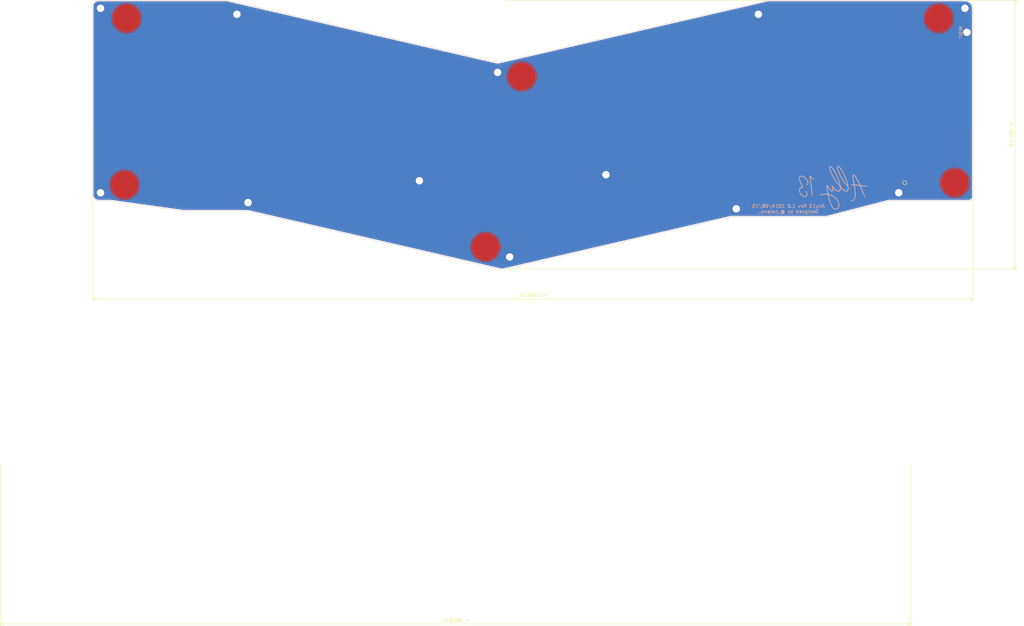
<source format=kicad_pcb>
(kicad_pcb (version 20171130) (host pcbnew "(5.1.2)-2")

  (general
    (thickness 1.6)
    (drawings 68)
    (tracks 0)
    (zones 0)
    (modules 14)
    (nets 2)
  )

  (page A4)
  (layers
    (0 F.Cu signal)
    (31 B.Cu signal)
    (32 B.Adhes user)
    (33 F.Adhes user)
    (34 B.Paste user)
    (35 F.Paste user)
    (36 B.SilkS user)
    (37 F.SilkS user)
    (38 B.Mask user)
    (39 F.Mask user)
    (40 Dwgs.User user)
    (41 Cmts.User user)
    (42 Eco1.User user)
    (43 Eco2.User user)
    (44 Edge.Cuts user)
    (45 Margin user)
    (46 B.CrtYd user)
    (47 F.CrtYd user)
    (48 B.Fab user)
    (49 F.Fab user)
  )

  (setup
    (last_trace_width 0.25)
    (trace_clearance 0.2)
    (zone_clearance 0.254)
    (zone_45_only no)
    (trace_min 0.2)
    (via_size 0.8)
    (via_drill 0.4)
    (via_min_size 0.4)
    (via_min_drill 0.3)
    (uvia_size 0.3)
    (uvia_drill 0.1)
    (uvias_allowed no)
    (uvia_min_size 0.2)
    (uvia_min_drill 0.1)
    (edge_width 0.15)
    (segment_width 0.2)
    (pcb_text_width 0.3)
    (pcb_text_size 1.5 1.5)
    (mod_edge_width 0.15)
    (mod_text_size 1 1)
    (mod_text_width 0.15)
    (pad_size 2.4 2.4)
    (pad_drill 2.2)
    (pad_to_mask_clearance 0.051)
    (solder_mask_min_width 0.25)
    (aux_axis_origin 129.778234 19.050016)
    (visible_elements 7FFFFFFF)
    (pcbplotparams
      (layerselection 0x010f0_ffffffff)
      (usegerberextensions true)
      (usegerberattributes false)
      (usegerberadvancedattributes false)
      (creategerberjobfile false)
      (excludeedgelayer true)
      (linewidth 0.100000)
      (plotframeref false)
      (viasonmask false)
      (mode 1)
      (useauxorigin false)
      (hpglpennumber 1)
      (hpglpenspeed 20)
      (hpglpendiameter 15.000000)
      (psnegative false)
      (psa4output false)
      (plotreference true)
      (plotvalue true)
      (plotinvisibletext false)
      (padsonsilk false)
      (subtractmaskfromsilk false)
      (outputformat 1)
      (mirror false)
      (drillshape 0)
      (scaleselection 1)
      (outputdirectory "plots13b"))
  )

  (net 0 "")
  (net 1 GND)

  (net_class Default "これはデフォルトのネット クラスです。"
    (clearance 0.2)
    (trace_width 0.25)
    (via_dia 0.8)
    (via_drill 0.4)
    (uvia_dia 0.3)
    (uvia_drill 0.1)
  )

  (net_class Power ""
    (clearance 0.2)
    (trace_width 0.4)
    (via_dia 0.8)
    (via_drill 0.4)
    (uvia_dia 0.3)
    (uvia_drill 0.1)
    (add_net GND)
  )

  (module cscslib:ally13 (layer B.Cu) (tedit 0) (tstamp 5D508693)
    (at 237.529887 76.795377 180)
    (fp_text reference G*** (at 0 0) (layer B.SilkS) hide
      (effects (font (size 1.524 1.524) (thickness 0.3)) (justify mirror))
    )
    (fp_text value LOGO (at 0.75 0) (layer B.SilkS) hide
      (effects (font (size 1.524 1.524) (thickness 0.3)) (justify mirror))
    )
    (fp_poly (pts (xy 6.754357 3.237714) (xy 6.772457 3.122694) (xy 6.765748 3.024267) (xy 6.747143 2.830616)
      (xy 6.718155 2.554514) (xy 6.680297 2.208731) (xy 6.635084 1.806039) (xy 6.58403 1.35921)
      (xy 6.528647 0.881014) (xy 6.47045 0.384224) (xy 6.410952 -0.11839) (xy 6.351668 -0.614056)
      (xy 6.29411 -1.090002) (xy 6.239792 -1.533457) (xy 6.190228 -1.93165) (xy 6.146933 -2.271809)
      (xy 6.111418 -2.541164) (xy 6.085199 -2.726941) (xy 6.069789 -2.816371) (xy 6.067873 -2.82207)
      (xy 5.989029 -2.876342) (xy 5.910871 -2.841791) (xy 5.906659 -2.835514) (xy 5.907876 -2.772622)
      (xy 5.921452 -2.608443) (xy 5.946233 -2.353768) (xy 5.981063 -2.019386) (xy 6.02479 -1.616087)
      (xy 6.076258 -1.154661) (xy 6.134314 -0.645899) (xy 6.197803 -0.100591) (xy 6.213074 0.029042)
      (xy 6.278128 0.580335) (xy 6.33901 1.096758) (xy 6.394466 1.56764) (xy 6.443242 1.982307)
      (xy 6.484082 2.330087) (xy 6.515734 2.600306) (xy 6.536943 2.782292) (xy 6.546455 2.865372)
      (xy 6.546858 2.869397) (xy 6.508494 2.841479) (xy 6.403813 2.751335) (xy 6.249311 2.613454)
      (xy 6.081889 2.461062) (xy 5.827875 2.24055) (xy 5.630826 2.096333) (xy 5.495509 2.031117)
      (xy 5.426687 2.04761) (xy 5.418667 2.084313) (xy 5.458347 2.142229) (xy 5.565386 2.257338)
      (xy 5.721784 2.412955) (xy 5.909541 2.592398) (xy 6.110655 2.778983) (xy 6.307127 2.956026)
      (xy 6.480957 3.106846) (xy 6.614142 3.214757) (xy 6.688684 3.263077) (xy 6.691277 3.263805)
      (xy 6.754357 3.237714)) (layer B.SilkS) (width 0.01))
    (fp_poly (pts (xy 9.442572 3.256165) (xy 9.659212 3.198937) (xy 9.802835 3.084841) (xy 9.886795 2.896612)
      (xy 9.923391 2.634419) (xy 9.90744 2.279287) (xy 9.817685 1.856195) (xy 9.652888 1.360911)
      (xy 9.41181 0.789206) (xy 9.336114 0.626745) (xy 9.220813 0.382418) (xy 9.125483 0.17821)
      (xy 9.059301 0.033942) (xy 9.031443 -0.030568) (xy 9.031112 -0.031992) (xy 9.079157 -0.053652)
      (xy 9.188613 -0.082068) (xy 9.475638 -0.197868) (xy 9.709548 -0.396522) (xy 9.819057 -0.559982)
      (xy 9.917035 -0.870016) (xy 9.92499 -1.214767) (xy 9.852309 -1.575463) (xy 9.708383 -1.933333)
      (xy 9.502602 -2.269608) (xy 9.244354 -2.565516) (xy 8.94303 -2.802287) (xy 8.619917 -2.957211)
      (xy 8.344327 -3.030387) (xy 8.126497 -3.036879) (xy 7.932339 -2.975635) (xy 7.856493 -2.933664)
      (xy 7.668587 -2.756647) (xy 7.55091 -2.511191) (xy 7.506932 -2.219893) (xy 7.540128 -1.905351)
      (xy 7.650959 -1.596168) (xy 7.772554 -1.373184) (xy 7.868308 -1.249939) (xy 7.946503 -1.218559)
      (xy 8.005838 -1.258827) (xy 8.029713 -1.336698) (xy 7.983694 -1.452681) (xy 7.9336 -1.531482)
      (xy 7.77579 -1.833436) (xy 7.70753 -2.13132) (xy 7.72973 -2.40621) (xy 7.843305 -2.639182)
      (xy 7.8782 -2.680309) (xy 8.056478 -2.797063) (xy 8.277198 -2.82424) (xy 8.525398 -2.769465)
      (xy 8.786114 -2.640364) (xy 9.044383 -2.444563) (xy 9.285244 -2.189688) (xy 9.493732 -1.883365)
      (xy 9.514247 -1.846488) (xy 9.626184 -1.574289) (xy 9.691095 -1.275042) (xy 9.705473 -0.984621)
      (xy 9.66581 -0.7389) (xy 9.630756 -0.654968) (xy 9.48866 -0.47903) (xy 9.294053 -0.345714)
      (xy 9.090803 -0.283634) (xy 9.059376 -0.282223) (xy 8.878689 -0.259705) (xy 8.769803 -0.199164)
      (xy 8.748889 -0.146372) (xy 8.772692 -0.072045) (xy 8.837535 0.080894) (xy 8.933575 0.290288)
      (xy 9.050964 0.53398) (xy 9.053453 0.539033) (xy 9.314025 1.101311) (xy 9.51236 1.60241)
      (xy 9.647195 2.037026) (xy 9.717268 2.399853) (xy 9.721315 2.685586) (xy 9.658076 2.888921)
      (xy 9.623778 2.935324) (xy 9.54343 3.007003) (xy 9.446725 3.03909) (xy 9.295472 3.040092)
      (xy 9.190367 3.031858) (xy 8.840855 2.956801) (xy 8.578546 2.844447) (xy 8.288153 2.646135)
      (xy 8.015161 2.386229) (xy 7.774882 2.087241) (xy 7.582629 1.771687) (xy 7.453714 1.462082)
      (xy 7.403451 1.18094) (xy 7.404892 1.118792) (xy 7.42761 0.956984) (xy 7.483412 0.864281)
      (xy 7.599304 0.797062) (xy 7.605889 0.794147) (xy 7.739692 0.711773) (xy 7.784906 0.633432)
      (xy 7.73832 0.578544) (xy 7.643881 0.564444) (xy 7.482467 0.613305) (xy 7.326945 0.736535)
      (xy 7.211068 0.899106) (xy 7.168445 1.057858) (xy 7.193506 1.264722) (xy 7.259039 1.523182)
      (xy 7.350569 1.78622) (xy 7.453618 2.006817) (xy 7.468361 2.032) (xy 7.633518 2.261461)
      (xy 7.855868 2.51424) (xy 8.098419 2.751419) (xy 8.324179 2.934078) (xy 8.328873 2.937325)
      (xy 8.588913 3.079822) (xy 8.889434 3.188663) (xy 9.187666 3.251603) (xy 9.440836 3.256396)
      (xy 9.442572 3.256165)) (layer B.SilkS) (width 0.01))
    (fp_poly (pts (xy -6.07394 3.591024) (xy -5.997022 3.520514) (xy -5.950341 3.391542) (xy -5.933436 3.194734)
      (xy -5.945848 2.920716) (xy -5.987116 2.560116) (xy -6.05678 2.103561) (xy -6.09606 1.871302)
      (xy -6.151243 1.546992) (xy -6.1989 1.257152) (xy -6.235865 1.021836) (xy -6.258974 0.861097)
      (xy -6.265363 0.798857) (xy -6.248162 0.749736) (xy -6.181631 0.721219) (xy -6.043434 0.708216)
      (xy -5.85614 0.705555) (xy -5.637117 0.700863) (xy -5.510109 0.683944) (xy -5.454524 0.65054)
      (xy -5.446888 0.620889) (xy -5.472556 0.575187) (xy -5.561922 0.543191) (xy -5.733536 0.520264)
      (xy -5.898444 0.508) (xy -6.35 0.479777) (xy -6.472961 -0.310445) (xy -6.576718 -1.078491)
      (xy -6.633203 -1.749391) (xy -6.642285 -2.328569) (xy -6.603836 -2.821453) (xy -6.517724 -3.23347)
      (xy -6.395444 -3.547457) (xy -6.239754 -3.805982) (xy -6.06834 -3.974089) (xy -5.854089 -4.073674)
      (xy -5.700803 -4.108445) (xy -5.521645 -4.157079) (xy -5.448425 -4.222584) (xy -5.446888 -4.234896)
      (xy -5.494872 -4.305) (xy -5.62341 -4.329138) (xy -5.80938 -4.306016) (xy -5.954888 -4.263336)
      (xy -6.237898 -4.103445) (xy -6.472367 -3.845255) (xy -6.655744 -3.493566) (xy -6.78548 -3.053174)
      (xy -6.855759 -2.568223) (xy -6.864333 -2.301263) (xy -6.853825 -1.946518) (xy -6.826171 -1.527114)
      (xy -6.783308 -1.066179) (xy -6.727175 -0.586843) (xy -6.659707 -0.112232) (xy -6.639469 0.014111)
      (xy -6.56753 0.451555) (xy -6.740987 0.450521) (xy -6.855411 0.443017) (xy -7.03965 0.423763)
      (xy -7.266814 0.396382) (xy -7.510016 0.3645) (xy -7.742367 0.33174) (xy -7.936979 0.301726)
      (xy -8.066963 0.278083) (xy -8.10607 0.266522) (xy -8.13711 0.206278) (xy -8.204109 0.057961)
      (xy -8.30015 -0.162071) (xy -8.418316 -0.437461) (xy -8.551691 -0.751852) (xy -8.693358 -1.088886)
      (xy -8.836401 -1.432205) (xy -8.973903 -1.765454) (xy -9.098947 -2.072274) (xy -9.173455 -2.257778)
      (xy -9.331852 -2.641661) (xy -9.458502 -2.918799) (xy -9.553176 -3.088727) (xy -9.61528 -3.150917)
      (xy -9.694445 -3.134388) (xy -9.708444 -3.10164) (xy -9.687673 -3.024305) (xy -9.629593 -2.858877)
      (xy -9.54055 -2.621368) (xy -9.426895 -2.327791) (xy -9.294974 -1.994156) (xy -9.151136 -1.636477)
      (xy -9.001729 -1.270765) (xy -8.853101 -0.913032) (xy -8.7116 -0.579292) (xy -8.672159 -0.48779)
      (xy -8.357959 0.237977) (xy -8.539313 0.207345) (xy -9.033821 0.133385) (xy -9.457902 0.089555)
      (xy -9.804064 0.075775) (xy -10.064813 0.091962) (xy -10.232658 0.138035) (xy -10.300105 0.213911)
      (xy -10.301111 0.226537) (xy -10.278831 0.267745) (xy -10.198898 0.290797) (xy -10.041673 0.298728)
      (xy -9.849555 0.296287) (xy -9.582596 0.301836) (xy -9.26105 0.326532) (xy -8.940661 0.365629)
      (xy -8.833555 0.382797) (xy -8.269111 0.480758) (xy -8.231325 0.556033) (xy -7.941033 0.556033)
      (xy -7.8971 0.530791) (xy -7.778045 0.54394) (xy -7.639126 0.564066) (xy -7.424989 0.592745)
      (xy -7.172502 0.625095) (xy -7.055555 0.639627) (xy -6.519333 0.705555) (xy -6.365722 1.552222)
      (xy -6.306491 1.898648) (xy -6.25193 2.254052) (xy -6.20733 2.581458) (xy -6.177986 2.843891)
      (xy -6.173826 2.892777) (xy -6.160558 3.164093) (xy -6.175251 3.329051) (xy -6.223852 3.392015)
      (xy -6.312304 3.357349) (xy -6.446552 3.229416) (xy -6.519874 3.146777) (xy -6.654497 2.969101)
      (xy -6.823997 2.713032) (xy -7.015867 2.400888) (xy -7.217598 2.054987) (xy -7.416684 1.697646)
      (xy -7.600617 1.351184) (xy -7.756892 1.037919) (xy -7.872999 0.780167) (xy -7.925769 0.63809)
      (xy -7.941033 0.556033) (xy -8.231325 0.556033) (xy -7.75724 1.500453) (xy -7.454967 2.084518)
      (xy -7.185041 2.566402) (xy -6.943857 2.950937) (xy -6.72781 3.242952) (xy -6.533297 3.44728)
      (xy -6.356713 3.56875) (xy -6.194454 3.612194) (xy -6.181555 3.612444) (xy -6.07394 3.591024)) (layer B.SilkS) (width 0.01))
    (fp_poly (pts (xy 0.778918 6.095309) (xy 0.845946 6.051489) (xy 0.928289 5.963624) (xy 0.966187 5.848924)
      (xy 0.972858 5.666016) (xy 0.972623 5.654948) (xy 0.937608 5.391686) (xy 0.846708 5.048904)
      (xy 0.706205 4.641316) (xy 0.522379 4.183631) (xy 0.301512 3.690561) (xy 0.049885 3.176817)
      (xy -0.226222 2.65711) (xy -0.520526 2.146153) (xy -0.537556 2.117868) (xy -0.84024 1.633019)
      (xy -1.115273 1.230933) (xy -1.37879 0.890319) (xy -1.646924 0.58989) (xy -1.843744 0.394245)
      (xy -2.228885 0.028222) (xy -2.22922 -0.366889) (xy -2.199061 -0.696429) (xy -2.112074 -0.956613)
      (xy -1.97441 -1.134573) (xy -1.825976 -1.210638) (xy -1.655586 -1.20293) (xy -1.433641 -1.118843)
      (xy -1.177404 -0.971486) (xy -0.904136 -0.773969) (xy -0.631101 -0.539401) (xy -0.375558 -0.280891)
      (xy -0.154772 -0.011548) (xy -0.056444 0.133197) (xy 0.055607 0.299754) (xy 0.154136 0.424431)
      (xy 0.213804 0.477559) (xy 0.289803 0.467732) (xy 0.321883 0.390395) (xy 0.300751 0.285484)
      (xy 0.269602 0.237786) (xy 0.149976 0.044483) (xy 0.053744 -0.210097) (xy -0.011142 -0.48889)
      (xy -0.036724 -0.754837) (xy -0.01505 -0.970876) (xy 0.000323 -1.016778) (xy 0.067566 -1.131028)
      (xy 0.151609 -1.175777) (xy 0.259007 -1.146037) (xy 0.396318 -1.036825) (xy 0.570098 -0.843154)
      (xy 0.786905 -0.56004) (xy 1.004331 -0.253406) (xy 1.243511 0.087229) (xy 1.427591 0.333953)
      (xy 1.562923 0.487555) (xy 1.655858 0.548822) (xy 1.712746 0.518542) (xy 1.739938 0.397504)
      (xy 1.743784 0.186495) (xy 1.730636 -0.113695) (xy 1.727751 -0.163635) (xy 1.701049 -0.508509)
      (xy 1.661253 -0.891759) (xy 1.614928 -1.253697) (xy 1.589822 -1.417391) (xy 1.490365 -2.016337)
      (xy 2.029294 -2.051541) (xy 2.377259 -2.086936) (xy 2.720143 -2.144459) (xy 3.039852 -2.218618)
      (xy 3.318293 -2.303922) (xy 3.537372 -2.394882) (xy 3.678996 -2.486006) (xy 3.725334 -2.566217)
      (xy 3.701368 -2.633727) (xy 3.619552 -2.643213) (xy 3.46501 -2.593783) (xy 3.349175 -2.543688)
      (xy 2.999021 -2.418921) (xy 2.588452 -2.326159) (xy 2.167627 -2.274674) (xy 1.864156 -2.269151)
      (xy 1.444216 -2.286) (xy 1.287122 -2.991556) (xy 1.097485 -3.761989) (xy 0.889063 -4.458659)
      (xy 0.664746 -5.075239) (xy 0.427423 -5.6054) (xy 0.179985 -6.042814) (xy -0.074679 -6.381152)
      (xy -0.333679 -6.614088) (xy -0.381122 -6.644689) (xy -0.645609 -6.745877) (xy -0.945957 -6.768338)
      (xy -1.234628 -6.709425) (xy -1.271917 -6.694309) (xy -1.475221 -6.566975) (xy -1.682482 -6.374967)
      (xy -1.853689 -6.157584) (xy -1.90105 -6.076349) (xy -1.953678 -5.925218) (xy -1.997508 -5.712291)
      (xy -2.019348 -5.525271) (xy -2.012632 -5.399147) (xy -1.777546 -5.399147) (xy -1.775491 -5.647515)
      (xy -1.763869 -5.814532) (xy -1.735287 -5.931712) (xy -1.682352 -6.030571) (xy -1.605394 -6.132925)
      (xy -1.442143 -6.297062) (xy -1.243551 -6.443908) (xy -1.182061 -6.478878) (xy -0.999875 -6.556932)
      (xy -0.842011 -6.575304) (xy -0.659294 -6.535284) (xy -0.547769 -6.495502) (xy -0.368199 -6.379062)
      (xy -0.171401 -6.167023) (xy 0.033865 -5.873647) (xy 0.238841 -5.513192) (xy 0.434769 -5.099919)
      (xy 0.61289 -4.648086) (xy 0.647019 -4.550209) (xy 0.71618 -4.333315) (xy 0.796315 -4.059933)
      (xy 0.881637 -3.752501) (xy 0.966357 -3.433459) (xy 1.044688 -3.125244) (xy 1.110842 -2.850296)
      (xy 1.15903 -2.631052) (xy 1.183464 -2.489953) (xy 1.185334 -2.463302) (xy 1.16804 -2.393154)
      (xy 1.095316 -2.378108) (xy 1.001889 -2.392477) (xy 0.805458 -2.45257) (xy 0.546337 -2.56196)
      (xy 0.254473 -2.705428) (xy -0.040186 -2.867754) (xy -0.307695 -3.033719) (xy -0.434038 -3.122249)
      (xy -0.779609 -3.4215) (xy -1.11502 -3.789019) (xy -1.407366 -4.185395) (xy -1.597417 -4.515556)
      (xy -1.685599 -4.707208) (xy -1.739251 -4.867596) (xy -1.76679 -5.038011) (xy -1.776633 -5.259741)
      (xy -1.777546 -5.399147) (xy -2.012632 -5.399147) (xy -1.99629 -5.092262) (xy -1.873683 -4.646668)
      (xy -1.662095 -4.200773) (xy -1.372092 -3.766862) (xy -1.014241 -3.35722) (xy -0.599108 -2.98413)
      (xy -0.137262 -2.659879) (xy 0.360733 -2.39675) (xy 0.818445 -2.226123) (xy 1.007744 -2.163069)
      (xy 1.156504 -2.102282) (xy 1.222654 -2.064097) (xy 1.253485 -1.988353) (xy 1.292712 -1.823432)
      (xy 1.336909 -1.592422) (xy 1.382647 -1.318414) (xy 1.426499 -1.024497) (xy 1.465036 -0.733761)
      (xy 1.494831 -0.469296) (xy 1.512456 -0.254191) (xy 1.514483 -0.111537) (xy 1.513784 -0.103053)
      (xy 1.503697 -0.026093) (xy 1.484243 0.006419) (xy 1.444071 -0.015734) (xy 1.371832 -0.102772)
      (xy 1.256176 -0.264911) (xy 1.128889 -0.449556) (xy 0.872497 -0.811291) (xy 0.660274 -1.080969)
      (xy 0.482596 -1.265781) (xy 0.329838 -1.372916) (xy 0.192372 -1.409566) (xy 0.060575 -1.382918)
      (xy -0.042266 -1.324378) (xy -0.150714 -1.192307) (xy -0.228837 -0.992475) (xy -0.263903 -0.768629)
      (xy -0.25248 -0.602055) (xy -0.237794 -0.516639) (xy -0.248313 -0.485619) (xy -0.298121 -0.516215)
      (xy -0.401306 -0.615644) (xy -0.523249 -0.740818) (xy -0.893123 -1.071427) (xy -1.264367 -1.297394)
      (xy -1.58568 -1.411856) (xy -1.873224 -1.439929) (xy -2.106724 -1.370703) (xy -2.281879 -1.208222)
      (xy -2.394384 -0.956526) (xy -2.439938 -0.619657) (xy -2.440207 -0.609123) (xy -2.446621 -0.327499)
      (xy -2.796796 -0.693514) (xy -3.148514 -1.019189) (xy -3.491097 -1.254767) (xy -3.816182 -1.396543)
      (xy -4.115407 -1.440812) (xy -4.3676 -1.389386) (xy -4.558412 -1.253053) (xy -4.685829 -1.029298)
      (xy -4.749874 -0.717067) (xy -4.750567 -0.315306) (xy -4.687933 0.17704) (xy -4.636686 0.414674)
      (xy -4.453144 0.414674) (xy -4.420657 0.420351) (xy -4.326397 0.500871) (xy -4.318579 0.508)
      (xy -4.211557 0.61729) (xy -4.061891 0.784755) (xy -3.896666 0.979792) (xy -3.843966 1.044222)
      (xy -3.5744 1.399751) (xy -3.298534 1.805083) (xy -3.022511 2.247425) (xy -2.752474 2.71398)
      (xy -2.494566 3.191955) (xy -2.254928 3.668553) (xy -2.039705 4.130979) (xy -1.855038 4.566439)
      (xy -1.70707 4.962137) (xy -1.601944 5.305278) (xy -1.545803 5.583068) (xy -1.544789 5.782711)
      (xy -1.553005 5.816245) (xy -1.620519 5.908725) (xy -1.72876 5.906374) (xy -1.872045 5.81727)
      (xy -2.044691 5.649488) (xy -2.241015 5.411107) (xy -2.455333 5.110203) (xy -2.681963 4.754852)
      (xy -2.915221 4.353132) (xy -3.149424 3.91312) (xy -3.378889 3.442892) (xy -3.597933 2.950525)
      (xy -3.63985 2.850444) (xy -3.825701 2.3871) (xy -3.990785 1.940005) (xy -4.146343 1.475919)
      (xy -4.303619 0.961602) (xy -4.44155 0.479777) (xy -4.453144 0.414674) (xy -4.636686 0.414674)
      (xy -4.561992 0.761023) (xy -4.423737 1.26752) (xy -4.235165 1.861432) (xy -4.019612 2.456198)
      (xy -3.782863 3.041252) (xy -3.530706 3.606025) (xy -3.268926 4.139951) (xy -3.00331 4.632461)
      (xy -2.739644 5.072989) (xy -2.483715 5.450966) (xy -2.241309 5.755827) (xy -2.018212 5.977003)
      (xy -1.820211 6.103927) (xy -1.76538 6.122346) (xy -1.600968 6.1171) (xy -1.452115 6.038802)
      (xy -1.359074 5.913159) (xy -1.346461 5.85481) (xy -1.356257 5.552238) (xy -1.42374 5.195742)
      (xy -1.551538 4.777105) (xy -1.742284 4.288112) (xy -1.998608 3.720546) (xy -2.091592 3.527777)
      (xy -2.540623 2.657768) (xy -2.982807 1.899613) (xy -3.418668 1.252515) (xy -3.848731 0.715681)
      (xy -4.157967 0.394245) (xy -4.543108 0.028222) (xy -4.543442 -0.366889) (xy -4.513283 -0.696429)
      (xy -4.426296 -0.956613) (xy -4.288633 -1.134573) (xy -4.140198 -1.210638) (xy -3.96016 -1.204112)
      (xy -3.725995 -1.115209) (xy -3.451618 -0.951634) (xy -3.150942 -0.721089) (xy -2.977847 -0.567084)
      (xy -2.738408 -0.332526) (xy -2.569443 -0.13156) (xy -2.451058 0.069882) (xy -2.36336 0.305866)
      (xy -2.335888 0.414674) (xy -2.138921 0.414674) (xy -2.106435 0.420351) (xy -2.012175 0.500871)
      (xy -2.004357 0.508) (xy -1.897335 0.61729) (xy -1.747668 0.784755) (xy -1.582444 0.979792)
      (xy -1.529744 1.044222) (xy -1.260177 1.399751) (xy -0.984312 1.805083) (xy -0.708289 2.247425)
      (xy -0.438252 2.71398) (xy -0.180343 3.191955) (xy 0.059294 3.668553) (xy 0.274517 4.130979)
      (xy 0.459184 4.566439) (xy 0.607152 4.962137) (xy 0.712278 5.305278) (xy 0.768419 5.583068)
      (xy 0.769433 5.782711) (xy 0.761217 5.816245) (xy 0.693704 5.908725) (xy 0.585463 5.906374)
      (xy 0.442178 5.81727) (xy 0.269531 5.649488) (xy 0.073208 5.411107) (xy -0.141111 5.110203)
      (xy -0.367741 4.754852) (xy -0.600999 4.353132) (xy -0.835202 3.91312) (xy -1.064667 3.442892)
      (xy -1.28371 2.950525) (xy -1.325628 2.850444) (xy -1.511478 2.3871) (xy -1.676562 1.940005)
      (xy -1.832121 1.475919) (xy -1.989396 0.961602) (xy -2.127327 0.479777) (xy -2.138921 0.414674)
      (xy -2.335888 0.414674) (xy -2.286455 0.61046) (xy -2.284135 0.620889) (xy -2.145921 1.152899)
      (xy -1.956194 1.75073) (xy -1.726215 2.386374) (xy -1.467245 3.031826) (xy -1.190545 3.65908)
      (xy -0.907376 4.24013) (xy -0.628999 4.746969) (xy -0.61675 4.767609) (xy -0.314506 5.2482)
      (xy -0.04292 5.622606) (xy 0.200112 5.892674) (xy 0.416693 6.06025) (xy 0.608928 6.127179)
      (xy 0.778918 6.095309)) (layer B.SilkS) (width 0.01))
  )

  (module cscslib:HOLE_M2 (layer B.Cu) (tedit 5D503263) (tstamp 5D1DA5DF)
    (at 277.415858 30.956276 90)
    (path /5C57C1A0)
    (fp_text reference SW38 (at 0 1.7 90) (layer B.SilkS) hide
      (effects (font (size 1 1) (thickness 0.15)) (justify mirror))
    )
    (fp_text value SW_RST (at 0 -2 90) (layer B.Fab) hide
      (effects (font (size 1 1) (thickness 0.15)) (justify mirror))
    )
    (fp_circle (center 0 0) (end 2 0) (layer B.CrtYd) (width 0.1))
    (fp_text user RESET (at 0 -1.785939 90) (layer B.SilkS)
      (effects (font (size 0.8 0.8) (thickness 0.15)) (justify mirror))
    )
    (pad "" thru_hole circle (at 0 0 90) (size 2.4 2.4) (drill 2.2) (layers *.Cu *.Mask)
      (net 1 GND) (clearance 0.8) (zone_connect 2))
  )

  (module cscslib:HOLE_M2 (layer F.Cu) (tedit 5D4118D6) (tstamp 5D506E0C)
    (at 215.503306 25.598459)
    (path /5D0F886A)
    (fp_text reference H6 (at 0 -2) (layer Eco2.User) hide
      (effects (font (size 0.29972 0.29972) (thickness 0.07493)))
    )
    (fp_text value MountingHole (at 0 1.75) (layer Eco2.User) hide
      (effects (font (size 0.29972 0.29972) (thickness 0.07493)))
    )
    (fp_circle (center 0 0) (end 2 0) (layer F.CrtYd) (width 0.1))
    (pad "" thru_hole circle (at 0 0) (size 2.4 2.4) (drill 2.2) (layers *.Cu *.Mask)
      (net 1 GND) (clearance 0.8) (zone_connect 2))
  )

  (module cscslib:HOLE_M2 (layer F.Cu) (tedit 5D4118D6) (tstamp 5D506E06)
    (at 138.112616 42.862536)
    (path /5D0F8864)
    (fp_text reference H5 (at 0 -2) (layer Eco2.User) hide
      (effects (font (size 0.29972 0.29972) (thickness 0.07493)))
    )
    (fp_text value MountingHole (at 0 1.75) (layer Eco2.User) hide
      (effects (font (size 0.29972 0.29972) (thickness 0.07493)))
    )
    (fp_circle (center 0 0) (end 2 0) (layer F.CrtYd) (width 0.1))
    (pad "" thru_hole circle (at 0 0) (size 2.4 2.4) (drill 2.2) (layers *.Cu *.Mask)
      (net 1 GND) (clearance 0.8) (zone_connect 2))
  )

  (module cscslib:HOLE_M2 (layer F.Cu) (tedit 5D4118D6) (tstamp 5D506E2C)
    (at 141.684494 97.631332)
    (path /5D101E76)
    (fp_text reference H10 (at 0 -2) (layer Eco2.User) hide
      (effects (font (size 0.29972 0.29972) (thickness 0.07493)))
    )
    (fp_text value MountingHole (at 0 1.75) (layer Eco2.User) hide
      (effects (font (size 0.29972 0.29972) (thickness 0.07493)))
    )
    (fp_circle (center 0 0) (end 2 0) (layer F.CrtYd) (width 0.1))
    (pad "" thru_hole circle (at 0 0) (size 2.4 2.4) (drill 2.2) (layers *.Cu *.Mask)
      (net 1 GND) (clearance 0.8) (zone_connect 2))
  )

  (module cscslib:HOLE_M2 (layer F.Cu) (tedit 5D4118D6) (tstamp 5D506E00)
    (at 60.721926 25.598459)
    (path /5D0F885E)
    (fp_text reference H4 (at 0 -2) (layer Eco2.User) hide
      (effects (font (size 0.29972 0.29972) (thickness 0.07493)))
    )
    (fp_text value MountingHole (at 0 1.75) (layer Eco2.User) hide
      (effects (font (size 0.29972 0.29972) (thickness 0.07493)))
    )
    (fp_circle (center 0 0) (end 2 0) (layer F.CrtYd) (width 0.1))
    (pad "" thru_hole circle (at 0 0) (size 2.4 2.4) (drill 2.2) (layers *.Cu *.Mask)
      (net 1 GND) (clearance 0.8) (zone_connect 2))
  )

  (module cscslib:HOLE_M2 (layer F.Cu) (tedit 5D4118D6) (tstamp 5D506DF5)
    (at 170.259518 73.223499)
    (path /5C42C296)
    (fp_text reference H2 (at 0 -2) (layer Eco2.User) hide
      (effects (font (size 0.29972 0.29972) (thickness 0.07493)))
    )
    (fp_text value MountingHole (at 0 1.75) (layer Eco2.User) hide
      (effects (font (size 0.29972 0.29972) (thickness 0.07493)))
    )
    (fp_circle (center 0 0) (end 2 0) (layer F.CrtYd) (width 0.1))
    (pad "" thru_hole circle (at 0 0) (size 2.4 2.4) (drill 2.2) (layers *.Cu *.Mask)
      (net 1 GND) (clearance 0.8) (zone_connect 2))
  )

  (module cscslib:HOLE_M2 (layer F.Cu) (tedit 5D4118D6) (tstamp 5D506DF0)
    (at 114.895409 75.009438)
    (path /5C42C025)
    (fp_text reference H1 (at 0 -2) (layer Eco2.User) hide
      (effects (font (size 0.29972 0.29972) (thickness 0.07493)))
    )
    (fp_text value MountingHole (at 0 1.75) (layer Eco2.User) hide
      (effects (font (size 0.29972 0.29972) (thickness 0.07493)))
    )
    (fp_circle (center 0 0) (end 2 0) (layer F.CrtYd) (width 0.1))
    (pad "" thru_hole circle (at 0 0) (size 2.4 2.4) (drill 2.2) (layers *.Cu *.Mask)
      (net 1 GND) (clearance 0.8) (zone_connect 2))
  )

  (module cscslib:HOLE_M2 (layer F.Cu) (tedit 5D503155) (tstamp 5D506DFA)
    (at 20.240642 23.81252)
    (path /5C42C3A0)
    (fp_text reference H3 (at 0 -2.54) (layer F.SilkS) hide
      (effects (font (size 0.29972 0.29972) (thickness 0.0762)))
    )
    (fp_text value MountingHole (at 0 2.54) (layer F.SilkS) hide
      (effects (font (size 0.29972 0.29972) (thickness 0.0762)))
    )
    (fp_circle (center 0 0) (end 2 0) (layer F.CrtYd) (width 0.1))
    (pad "" thru_hole circle (at 0 0) (size 2.4 2.4) (drill 2.2) (layers *.Cu *.Mask)
      (net 1 GND) (clearance 0.8) (zone_connect 2))
  )

  (module cscslib:HOLE_M2 (layer F.Cu) (tedit 5D4118D6) (tstamp 5D506E38)
    (at 20.240642 78.581316)
    (path /5D475635)
    (fp_text reference H12 (at 0 -2) (layer Eco2.User) hide
      (effects (font (size 0.29972 0.29972) (thickness 0.07493)))
    )
    (fp_text value MountingHole (at 0 1.75) (layer Eco2.User) hide
      (effects (font (size 0.29972 0.29972) (thickness 0.07493)))
    )
    (fp_circle (center 0 0) (end 2 0) (layer F.CrtYd) (width 0.1))
    (pad "" thru_hole circle (at 0 0) (size 2.4 2.4) (drill 2.2) (layers *.Cu *.Mask)
      (net 1 GND) (clearance 0.8) (zone_connect 2))
  )

  (module cscslib:HOLE_M2 (layer F.Cu) (tedit 5D4118D6) (tstamp 5D506E32)
    (at 64.03327 81.497732)
    (path /5D101E7C)
    (fp_text reference H11 (at 0 -2) (layer Eco2.User) hide
      (effects (font (size 0.29972 0.29972) (thickness 0.07493)))
    )
    (fp_text value MountingHole (at 0 1.75) (layer Eco2.User) hide
      (effects (font (size 0.29972 0.29972) (thickness 0.07493)))
    )
    (fp_circle (center 0 0) (end 2 0) (layer F.CrtYd) (width 0.1))
    (pad "" thru_hole circle (at 0 0) (size 2.4 2.4) (drill 2.2) (layers *.Cu *.Mask)
      (net 1 GND) (clearance 0.8) (zone_connect 2))
  )

  (module cscslib:HOLE_M2 (layer F.Cu) (tedit 5D4118D6) (tstamp 5D506E26)
    (at 208.954863 83.34382)
    (path /5D0FD2D9)
    (fp_text reference H9 (at 0 -2) (layer Eco2.User) hide
      (effects (font (size 0.29972 0.29972) (thickness 0.07493)))
    )
    (fp_text value MountingHole (at 0 1.75) (layer Eco2.User) hide
      (effects (font (size 0.29972 0.29972) (thickness 0.07493)))
    )
    (fp_circle (center 0 0) (end 2 0) (layer F.CrtYd) (width 0.1))
    (pad "" thru_hole circle (at 0 0) (size 2.4 2.4) (drill 2.2) (layers *.Cu *.Mask)
      (net 1 GND) (clearance 0.8) (zone_connect 2))
  )

  (module cscslib:HOLE_M2 (layer F.Cu) (tedit 5D4118D6) (tstamp 5D4BD687)
    (at 257.174789 78.58124)
    (path /5D0FD2D3)
    (fp_text reference H8 (at 0 -2) (layer Eco2.User) hide
      (effects (font (size 0.29972 0.29972) (thickness 0.07493)))
    )
    (fp_text value MountingHole (at 0 1.75) (layer Eco2.User) hide
      (effects (font (size 0.29972 0.29972) (thickness 0.07493)))
    )
    (fp_circle (center 0 0) (end 2 0) (layer F.CrtYd) (width 0.1))
    (pad "" thru_hole circle (at 0 0) (size 2.4 2.4) (drill 2.2) (layers *.Cu *.Mask)
      (net 1 GND) (clearance 0.8) (zone_connect 2))
  )

  (module cscslib:HOLE_M2 (layer F.Cu) (tedit 5D4118D6) (tstamp 5D4BD681)
    (at 276.820545 23.812536)
    (path /5D0FD2CD)
    (fp_text reference H7 (at 0 -2) (layer Eco2.User) hide
      (effects (font (size 0.29972 0.29972) (thickness 0.07493)))
    )
    (fp_text value MountingHole (at 0 1.75) (layer Eco2.User) hide
      (effects (font (size 0.29972 0.29972) (thickness 0.07493)))
    )
    (fp_circle (center 0 0) (end 2 0) (layer F.CrtYd) (width 0.1))
    (pad "" thru_hole circle (at 0 0) (size 2.4 2.4) (drill 2.2) (layers *.Cu *.Mask)
      (net 1 GND) (clearance 0.8) (zone_connect 2))
  )

  (gr_line (start 17.85939 75.604751) (end 17.85939 79.176629) (layer Edge.Cuts) (width 0.15) (tstamp 5D503096))
  (gr_circle (center 145.256372 44.053162) (end 149.423563 44.053162) (layer B.Cu) (width 0.15) (tstamp 5D50866C))
  (gr_circle (center 134.540738 94.654767) (end 138.707929 94.654767) (layer B.Cu) (width 0.15) (tstamp 5D50866C))
  (gr_circle (center 27.384398 76.200064) (end 31.551589 76.200064) (layer B.Cu) (width 0.15) (tstamp 5D50866C))
  (gr_circle (center 27.979711 26.789085) (end 32.146902 26.789085) (layer B.Cu) (width 0.15) (tstamp 5D50866C))
  (gr_circle (center 269.081476 26.789085) (end 273.248667 26.789085) (layer B.Cu) (width 0.15) (tstamp 5D50866C))
  (gr_circle (center 273.84398 75.604751) (end 278.011171 75.604751) (layer B.Cu) (width 0.15))
  (gr_line (start 275.032957 80.962363) (end 263.127274 80.962238) (layer Edge.Cuts) (width 0.15) (tstamp 5D503646))
  (gr_line (start 260.747094 80.962568) (end 254.198651 80.962568) (layer Edge.Cuts) (width 0.15) (tstamp 5D5030D9))
  (gr_line (start 207.168924 85.725072) (end 211.931428 85.725072) (layer Edge.Cuts) (width 0.15) (tstamp 5D5030C2))
  (gr_line (start 205.910772 86.047844) (end 207.168924 85.725072) (layer Edge.Cuts) (width 0.15))
  (gr_line (start 19.645329 80.962568) (end 23.217207 80.962568) (layer Edge.Cuts) (width 0.15) (tstamp 5D503095))
  (gr_arc (start 19.645329 79.176629) (end 17.85939 79.176629) (angle -90) (layer Edge.Cuts) (width 0.15))
  (gr_arc (start 19.645329 23.217207) (end 19.645329 21.431268) (angle -90) (layer Edge.Cuts) (width 0.15))
  (gr_line (start 19.645329 21.431268) (end 23.81252 21.431268) (layer Edge.Cuts) (width 0.15))
  (gr_line (start 17.85939 26.789085) (end 17.85939 23.217207) (layer Edge.Cuts) (width 0.15))
  (dimension 79.771942 (width 0.15) (layer F.SilkS)
    (gr_text "79.772 mm" (at 293.00337 61.317239 90) (layer F.SilkS)
      (effects (font (size 1 1) (thickness 0.15)))
    )
    (feature1 (pts (xy 140.493868 21.431268) (xy 292.289791 21.431268)))
    (feature2 (pts (xy 140.493868 101.20321) (xy 292.289791 101.20321)))
    (crossbar (pts (xy 291.70337 101.20321) (xy 291.70337 21.431268)))
    (arrow1a (pts (xy 291.70337 21.431268) (xy 292.289791 22.557772)))
    (arrow1b (pts (xy 291.70337 21.431268) (xy 291.116949 22.557772)))
    (arrow2a (pts (xy 291.70337 101.20321) (xy 292.289791 100.076706)))
    (arrow2b (pts (xy 291.70337 101.20321) (xy 291.116949 100.076706)))
  )
  (dimension 261.342407 (width 0.15) (layer F.SilkS)
    (gr_text "261.342 mm" (at 148.530593 111.432905) (layer F.SilkS)
      (effects (font (size 1 1) (thickness 0.15)))
    )
    (feature1 (pts (xy 279.201797 60.126613) (xy 279.201797 110.719326)))
    (feature2 (pts (xy 17.85939 60.126613) (xy 17.85939 110.719326)))
    (crossbar (pts (xy 17.85939 110.132905) (xy 279.201797 110.132905)))
    (arrow1a (pts (xy 279.201797 110.132905) (xy 278.075293 110.719326)))
    (arrow1b (pts (xy 279.201797 110.132905) (xy 278.075293 109.546484)))
    (arrow2a (pts (xy 17.85939 110.132905) (xy 18.985894 110.719326)))
    (arrow2b (pts (xy 17.85939 110.132905) (xy 18.985894 109.546484)))
  )
  (gr_line (start 205.330717 86.18176) (end 205.910772 86.047844) (layer Edge.Cuts) (width 0.15))
  (gr_line (start 204.750663 86.315676) (end 205.330717 86.18176) (layer Edge.Cuts) (width 0.15))
  (gr_line (start 211.931428 85.725072) (end 235.743948 85.725072) (layer Edge.Cuts) (width 0.15))
  (gr_line (start 64.06777 83.994708) (end 60.126613 83.939133) (layer Edge.Cuts) (width 0.15))
  (gr_line (start 66.968045 84.664291) (end 64.06777 83.994708) (layer Edge.Cuts) (width 0.15))
  (gr_line (start 58.317578 21.569955) (end 57.745361 21.431268) (layer Edge.Cuts) (width 0.15) (tstamp 5D5046F3))
  (gr_line (start 58.897633 21.703871) (end 58.317578 21.569955) (layer Edge.Cuts) (width 0.15))
  (gr_line (start 59.477688 21.837788) (end 58.897633 21.703871) (layer Edge.Cuts) (width 0.15))
  (gr_line (start 60.057668 21.971656) (end 59.477688 21.837788) (layer Edge.Cuts) (width 0.15))
  (gr_line (start 255.389275 21.431268) (end 261.93772 21.431288) (layer Edge.Cuts) (width 0.15) (tstamp 5D4FC371))
  (gr_line (start 17.85939 26.789085) (end 17.85939 75.604751) (layer Edge.Cuts) (width 0.15))
  (gr_line (start 218.487709 21.436039) (end 219.075184 21.431268) (layer Edge.Cuts) (width 0.15))
  (gr_line (start 217.907654 21.569955) (end 218.487709 21.436039) (layer Edge.Cuts) (width 0.15))
  (gr_line (start 212.687157 22.775201) (end 217.907654 21.569955) (layer Edge.Cuts) (width 0.15))
  (gr_line (start 138.440096 39.916487) (end 137.78493 39.916408) (layer Edge.Cuts) (width 0.15))
  (gr_line (start 139.020152 39.78257) (end 138.440096 39.916487) (layer Edge.Cuts) (width 0.15))
  (gr_line (start 139.600207 39.648654) (end 139.020152 39.78257) (layer Edge.Cuts) (width 0.15))
  (gr_line (start 212.687157 22.775201) (end 139.600207 39.648654) (layer Edge.Cuts) (width 0.15))
  (gr_line (start 139.784483 101.3143) (end 138.894679 101.269729) (layer Edge.Cuts) (width 0.15))
  (gr_line (start 147.3252 99.573389) (end 139.784483 101.3143) (layer Edge.Cuts) (width 0.15))
  (gr_line (start 204.170606 86.449593) (end 204.750663 86.315676) (layer Edge.Cuts) (width 0.15))
  (gr_line (start 203.590551 86.583509) (end 204.170606 86.449593) (layer Edge.Cuts) (width 0.15))
  (gr_line (start 203.010496 86.717425) (end 203.590551 86.583509) (layer Edge.Cuts) (width 0.15))
  (gr_line (start 147.3252 99.573389) (end 203.010496 86.717425) (layer Edge.Cuts) (width 0.15))
  (gr_line (start 44.648475 83.939133) (end 23.217206 80.962567) (layer Edge.Cuts) (width 0.15))
  (gr_line (start 60.126613 83.939133) (end 44.648475 83.939133) (layer Edge.Cuts) (width 0.15))
  (gr_line (start 57.150048 21.431268) (end 57.745361 21.431268) (layer Edge.Cuts) (width 0.15))
  (gr_line (start 56.554735 21.431268) (end 57.150048 21.431268) (layer Edge.Cuts) (width 0.15))
  (gr_line (start 23.81252 21.431268) (end 56.554735 21.431268) (layer Edge.Cuts) (width 0.15))
  (gr_line (start 235.743948 85.725072) (end 254.198651 80.962568) (layer Edge.Cuts) (width 0.15))
  (gr_line (start 219.075184 21.431268) (end 255.389275 21.431268) (layer Edge.Cuts) (width 0.15))
  (gr_line (start 60.637722 22.105572) (end 60.057668 21.971656) (layer Edge.Cuts) (width 0.15))
  (gr_line (start 61.217777 22.239488) (end 60.637722 22.105572) (layer Edge.Cuts) (width 0.15))
  (gr_line (start 61.797831 22.373404) (end 61.217777 22.239488) (layer Edge.Cuts) (width 0.15))
  (gr_line (start 62.377885 22.507319) (end 61.797831 22.373404) (layer Edge.Cuts) (width 0.15))
  (gr_line (start 62.957939 22.641236) (end 62.377885 22.507319) (layer Edge.Cuts) (width 0.15))
  (gr_line (start 63.537993 22.775152) (end 62.957939 22.641236) (layer Edge.Cuts) (width 0.15))
  (gr_line (start 137.78493 39.916408) (end 63.537993 22.775152) (layer Edge.Cuts) (width 0.15))
  (gr_line (start 138.314624 101.135813) (end 138.894679 101.269729) (layer Edge.Cuts) (width 0.15))
  (gr_line (start 138.314624 101.135813) (end 66.968045 84.664291) (layer Edge.Cuts) (width 0.15))
  (gr_text "Ally13 Rev 1.0 2019/08/15\nDesigned by @_hatano_" (at 224.433001 83.34382) (layer B.SilkS) (tstamp 5D5365A1)
    (effects (font (size 1 1) (thickness 0.15)) (justify mirror))
  )
  (dimension 270.272102 (width 0.15) (layer F.SilkS)
    (gr_text "270.272 mm" (at 125.611043 207.873611) (layer F.SilkS)
      (effects (font (size 1 1) (thickness 0.15)))
    )
    (feature1 (pts (xy 260.747094 158.948571) (xy 260.747094 207.160032)))
    (feature2 (pts (xy -9.525008 158.948571) (xy -9.525008 207.160032)))
    (crossbar (pts (xy -9.525008 206.573611) (xy 260.747094 206.573611)))
    (arrow1a (pts (xy 260.747094 206.573611) (xy 259.62059 207.160032)))
    (arrow1b (pts (xy 260.747094 206.573611) (xy 259.62059 205.98719)))
    (arrow2a (pts (xy -9.525008 206.573611) (xy -8.398504 207.160032)))
    (arrow2b (pts (xy -9.525008 206.573611) (xy -8.398504 205.98719)))
  )
  (gr_arc (start 258.960725 75.604679) (end 259.556037 75.60468) (angle 0) (layer F.SilkS) (width 0.15))
  (gr_arc (start 276.82055 23.81252) (end 279.201797 23.81252) (angle -90) (layer Edge.Cuts) (width 0.15))
  (gr_line (start 276.820545 21.431268) (end 261.93772 21.431288) (layer Edge.Cuts) (width 0.15) (tstamp 5D4D3FAF))
  (gr_line (start 279.201797 78.581241) (end 279.201797 23.812536) (layer Edge.Cuts) (width 0.15))
  (gr_line (start 263.127274 80.962238) (end 260.746661 80.962488) (layer Edge.Cuts) (width 0.15) (tstamp 5CE4DD4C))
  (gr_line (start 275.033573 80.962398) (end 278.011171 80.962398) (layer Edge.Cuts) (width 0.15) (tstamp 5D1DA4E6))
  (gr_arc (start 278.011171 79.771942) (end 278.011171 80.962571) (angle -90) (layer Edge.Cuts) (width 0.15))
  (gr_line (start 279.201797 78.581109) (end 279.201797 79.771768) (layer Edge.Cuts) (width 0.15))

  (zone (net 1) (net_name GND) (layer B.Cu) (tstamp 5D506C2E) (hatch edge 0.508)
    (connect_pads (clearance 0.254))
    (min_thickness 0.254)
    (fill yes (arc_segments 32) (thermal_gap 0.508) (thermal_bridge_width 0.508))
    (polygon
      (pts
        (xy 17.85939 21.431268) (xy 57.745361 21.431268) (xy 218.479871 21.431268) (xy 279.201797 21.431268) (xy 279.201797 80.962568)
        (xy 254.198651 80.962568) (xy 235.743948 85.725072) (xy 207.168924 85.725071) (xy 139.898555 101.20321) (xy 138.707929 101.20321)
        (xy 63.698491 83.939133) (xy 44.648475 83.939133) (xy 17.85939 80.962568)
      )
    )
    (filled_polygon
      (pts
        (xy 277.194078 21.926084) (xy 277.553373 22.034564) (xy 277.884755 22.210762) (xy 278.175605 22.447974) (xy 278.414837 22.737156)
        (xy 278.593349 23.067306) (xy 278.704333 23.425836) (xy 278.745798 23.820355) (xy 278.745797 78.55871) (xy 278.745797 78.558711)
        (xy 278.745798 79.749659) (xy 278.729664 79.914209) (xy 278.688348 80.051052) (xy 278.621239 80.177268) (xy 278.53089 80.288046)
        (xy 278.42075 80.379162) (xy 278.295003 80.447153) (xy 278.158447 80.489425) (xy 277.996956 80.506398) (xy 275.055705 80.506398)
        (xy 275.05536 80.506364) (xy 263.14965 80.506238) (xy 263.149625 80.506236) (xy 263.128258 80.506238) (xy 263.10488 80.506238)
        (xy 263.104853 80.506241) (xy 260.724215 80.506491) (xy 260.723434 80.506568) (xy 254.208199 80.506568) (xy 254.172911 80.505086)
        (xy 254.141209 80.510019) (xy 254.109259 80.513166) (xy 254.075439 80.523425) (xy 235.68606 85.269072) (xy 207.178807 85.269072)
        (xy 207.143836 85.267553) (xy 207.111799 85.272492) (xy 207.079532 85.27567) (xy 207.046019 85.285836) (xy 205.802812 85.604774)
        (xy 205.206315 85.742486) (xy 205.206314 85.742486) (xy 204.626261 85.876402) (xy 204.626259 85.876403) (xy 204.046204 86.010319)
        (xy 204.046203 86.010319) (xy 203.466149 86.144235) (xy 203.466148 86.144235) (xy 202.886094 86.278151) (xy 202.886092 86.278152)
        (xy 147.200798 99.134115) (xy 147.200796 99.134116) (xy 139.743825 100.855692) (xy 138.957869 100.816323) (xy 138.439036 100.696542)
        (xy 138.439025 100.696538) (xy 112.549834 94.719596) (xy 129.898 94.719596) (xy 129.999012 95.620141) (xy 130.273017 96.483915)
        (xy 130.709578 97.278017) (xy 131.292067 97.9722) (xy 131.998297 98.540024) (xy 132.801368 98.959859) (xy 133.670691 99.215714)
        (xy 134.573153 99.297845) (xy 135.474381 99.203122) (xy 136.340047 98.935154) (xy 137.137177 98.504147) (xy 137.83541 97.926518)
        (xy 138.40815 97.22427) (xy 138.833582 96.42415) (xy 139.0955 95.556634) (xy 139.183929 94.654767) (xy 139.182119 94.525121)
        (xy 139.068543 93.626075) (xy 138.782504 92.766211) (xy 138.334898 91.978282) (xy 137.742773 91.292299) (xy 137.028684 90.734391)
        (xy 136.21983 90.32581) (xy 135.34702 90.082117) (xy 134.443498 90.012594) (xy 133.543681 90.119891) (xy 132.681841 90.39992)
        (xy 131.890806 90.842014) (xy 131.200706 91.429336) (xy 130.637827 92.139512) (xy 130.223608 92.945494) (xy 129.973828 93.816582)
        (xy 129.898 94.719596) (xy 112.549834 94.719596) (xy 67.092455 84.225019) (xy 67.092448 84.225017) (xy 64.188507 83.554588)
        (xy 64.163489 83.546612) (xy 64.122608 83.542003) (xy 64.081762 83.536716) (xy 64.055556 83.538491) (xy 60.152224 83.483449)
        (xy 60.149012 83.483133) (xy 60.129793 83.483133) (xy 60.110646 83.482863) (xy 60.107442 83.483133) (xy 44.679997 83.483133)
        (xy 23.315357 80.515823) (xy 23.306599 80.513166) (xy 23.270945 80.509655) (xy 23.257751 80.507822) (xy 23.248659 80.50746)
        (xy 23.239606 80.506568) (xy 23.22629 80.506568) (xy 23.190488 80.505141) (xy 23.181446 80.506568) (xy 19.667634 80.506568)
        (xy 19.387433 80.479094) (xy 19.139359 80.404196) (xy 18.910563 80.282543) (xy 18.709748 80.118763) (xy 18.544573 79.919099)
        (xy 18.421324 79.691156) (xy 18.344695 79.443608) (xy 18.31539 79.164782) (xy 18.31539 76.264893) (xy 22.74166 76.264893)
        (xy 22.842672 77.165438) (xy 23.116677 78.029212) (xy 23.553238 78.823314) (xy 24.135727 79.517497) (xy 24.841957 80.085321)
        (xy 25.645028 80.505156) (xy 26.514351 80.761011) (xy 27.416813 80.843142) (xy 28.318041 80.748419) (xy 29.183707 80.480451)
        (xy 29.980837 80.049444) (xy 30.67907 79.471815) (xy 31.25181 78.769567) (xy 31.677242 77.969447) (xy 31.93916 77.101931)
        (xy 32.027589 76.200064) (xy 32.025779 76.070418) (xy 31.975142 75.66958) (xy 269.201242 75.66958) (xy 269.302254 76.570125)
        (xy 269.576259 77.433899) (xy 270.01282 78.228001) (xy 270.595309 78.922184) (xy 271.301539 79.490008) (xy 272.10461 79.909843)
        (xy 272.973933 80.165698) (xy 273.876395 80.247829) (xy 274.777623 80.153106) (xy 275.643289 79.885138) (xy 276.440419 79.454131)
        (xy 277.138652 78.876502) (xy 277.711392 78.174254) (xy 278.136824 77.374134) (xy 278.398742 76.506618) (xy 278.487171 75.604751)
        (xy 278.485361 75.475105) (xy 278.371785 74.576059) (xy 278.085746 73.716195) (xy 277.63814 72.928266) (xy 277.046015 72.242283)
        (xy 276.331926 71.684375) (xy 275.523072 71.275794) (xy 274.650262 71.032101) (xy 273.74674 70.962578) (xy 272.846923 71.069875)
        (xy 271.985083 71.349904) (xy 271.194048 71.791998) (xy 270.503948 72.37932) (xy 269.941069 73.089496) (xy 269.52685 73.895478)
        (xy 269.27707 74.766566) (xy 269.201242 75.66958) (xy 31.975142 75.66958) (xy 31.912203 75.171372) (xy 31.626164 74.311508)
        (xy 31.178558 73.523579) (xy 30.586433 72.837596) (xy 29.872344 72.279688) (xy 29.06349 71.871107) (xy 28.19068 71.627414)
        (xy 27.287158 71.557891) (xy 26.387341 71.665188) (xy 25.525501 71.945217) (xy 24.734466 72.387311) (xy 24.044366 72.974633)
        (xy 23.481487 73.684809) (xy 23.067268 74.490791) (xy 22.817488 75.361879) (xy 22.74166 76.264893) (xy 18.31539 76.264893)
        (xy 18.31539 44.117991) (xy 140.613634 44.117991) (xy 140.714646 45.018536) (xy 140.988651 45.88231) (xy 141.425212 46.676412)
        (xy 142.007701 47.370595) (xy 142.713931 47.938419) (xy 143.517002 48.358254) (xy 144.386325 48.614109) (xy 145.288787 48.69624)
        (xy 146.190015 48.601517) (xy 147.055681 48.333549) (xy 147.852811 47.902542) (xy 148.551044 47.324913) (xy 149.123784 46.622665)
        (xy 149.549216 45.822545) (xy 149.811134 44.955029) (xy 149.899563 44.053162) (xy 149.897753 43.923516) (xy 149.784177 43.02447)
        (xy 149.498138 42.164606) (xy 149.050532 41.376677) (xy 148.458407 40.690694) (xy 147.744318 40.132786) (xy 146.935464 39.724205)
        (xy 146.062654 39.480512) (xy 145.159132 39.410989) (xy 144.259315 39.518286) (xy 143.397475 39.798315) (xy 142.60644 40.240409)
        (xy 141.91634 40.827731) (xy 141.353461 41.537907) (xy 140.939242 42.343889) (xy 140.689462 43.214977) (xy 140.613634 44.117991)
        (xy 18.31539 44.117991) (xy 18.31539 26.853914) (xy 23.336973 26.853914) (xy 23.437985 27.754459) (xy 23.71199 28.618233)
        (xy 24.148551 29.412335) (xy 24.73104 30.106518) (xy 25.43727 30.674342) (xy 26.240341 31.094177) (xy 27.109664 31.350032)
        (xy 28.012126 31.432163) (xy 28.913354 31.33744) (xy 29.77902 31.069472) (xy 30.57615 30.638465) (xy 31.274383 30.060836)
        (xy 31.847123 29.358588) (xy 32.272555 28.558468) (xy 32.534473 27.690952) (xy 32.622902 26.789085) (xy 32.621092 26.659439)
        (xy 32.507516 25.760393) (xy 32.221477 24.900529) (xy 31.773871 24.1126) (xy 31.181746 23.426617) (xy 30.467657 22.868709)
        (xy 29.658803 22.460128) (xy 28.785993 22.216435) (xy 27.882471 22.146912) (xy 26.982654 22.254209) (xy 26.120814 22.534238)
        (xy 25.329779 22.976332) (xy 24.639679 23.563654) (xy 24.0768 24.27383) (xy 23.662581 25.079812) (xy 23.412801 25.9509)
        (xy 23.336973 26.853914) (xy 18.31539 26.853914) (xy 18.31539 23.239512) (xy 18.342864 22.959311) (xy 18.417761 22.71124)
        (xy 18.539417 22.482438) (xy 18.703195 22.281627) (xy 18.902861 22.116449) (xy 19.130802 21.993202) (xy 19.37835 21.916573)
        (xy 19.657176 21.887268) (xy 57.690892 21.887268) (xy 58.190818 22.008434) (xy 58.193176 22.009229) (xy 58.212583 22.013709)
        (xy 58.231936 22.0184) (xy 58.2344 22.018746) (xy 58.81688 22.153222) (xy 58.816885 22.153223) (xy 59.353299 22.277065)
        (xy 59.353308 22.277068) (xy 59.370573 22.281053) (xy 59.396934 22.287139) (xy 59.396949 22.287141) (xy 59.949416 22.414659)
        (xy 60.513319 22.544846) (xy 60.51332 22.544846) (xy 61.093374 22.678762) (xy 61.093375 22.678762) (xy 61.717078 22.822755)
        (xy 61.717079 22.822755) (xy 62.297133 22.95667) (xy 62.297135 22.95667) (xy 62.833536 23.08051) (xy 62.833537 23.08051)
        (xy 63.41359 23.214426) (xy 63.413591 23.214426) (xy 137.667301 40.357246) (xy 137.695484 40.365799) (xy 137.733279 40.369526)
        (xy 137.770937 40.3744) (xy 137.800319 40.37241) (xy 138.424646 40.372484) (xy 138.454088 40.374479) (xy 138.491702 40.369611)
        (xy 138.529433 40.365899) (xy 138.55767 40.357337) (xy 139.100899 40.231922) (xy 139.100904 40.231921) (xy 139.724609 40.087928)
        (xy 139.724613 40.087927) (xy 197.047421 26.853914) (xy 264.438738 26.853914) (xy 264.53975 27.754459) (xy 264.813755 28.618233)
        (xy 265.250316 29.412335) (xy 265.832805 30.106518) (xy 266.539035 30.674342) (xy 267.342106 31.094177) (xy 268.211429 31.350032)
        (xy 269.113891 31.432163) (xy 270.015119 31.33744) (xy 270.880785 31.069472) (xy 271.677915 30.638465) (xy 272.376148 30.060836)
        (xy 272.948888 29.358588) (xy 273.37432 28.558468) (xy 273.636238 27.690952) (xy 273.724667 26.789085) (xy 273.722857 26.659439)
        (xy 273.609281 25.760393) (xy 273.323242 24.900529) (xy 272.875636 24.1126) (xy 272.283511 23.426617) (xy 271.569422 22.868709)
        (xy 270.760568 22.460128) (xy 269.887758 22.216435) (xy 268.984236 22.146912) (xy 268.084419 22.254209) (xy 267.222579 22.534238)
        (xy 266.431544 22.976332) (xy 265.741444 23.563654) (xy 265.178565 24.27383) (xy 264.764346 25.079812) (xy 264.514566 25.9509)
        (xy 264.438738 26.853914) (xy 197.047421 26.853914) (xy 212.811559 23.214476) (xy 212.811572 23.214472) (xy 218.032056 22.00923)
        (xy 218.032069 22.009226) (xy 218.541493 21.891616) (xy 219.077024 21.887268) (xy 255.411674 21.887268) (xy 255.411683 21.887267)
        (xy 261.915321 21.887288) (xy 261.960118 21.887288) (xy 276.798185 21.887267)
      )
    )
  )
  (zone (net 1) (net_name GND) (layer F.Cu) (tstamp 5D506C2B) (hatch edge 0.508)
    (connect_pads (clearance 0.254))
    (min_thickness 0.254)
    (fill yes (arc_segments 32) (thermal_gap 0.508) (thermal_bridge_width 0.508))
    (polygon
      (pts
        (xy 17.85939 21.431268) (xy 57.745361 21.431268) (xy 218.479871 21.431268) (xy 279.201797 21.431268) (xy 279.201797 80.962568)
        (xy 254.198651 80.962568) (xy 235.743948 85.725072) (xy 207.168924 85.725071) (xy 139.898555 101.20321) (xy 138.707929 101.20321)
        (xy 63.698491 83.939133) (xy 44.648475 83.939133) (xy 17.85939 80.962568)
      )
    )
    (filled_polygon
      (pts
        (xy 277.194078 21.926084) (xy 277.553373 22.034564) (xy 277.884755 22.210762) (xy 278.175605 22.447974) (xy 278.414837 22.737156)
        (xy 278.593349 23.067306) (xy 278.704333 23.425836) (xy 278.745798 23.820355) (xy 278.745797 78.55871) (xy 278.745797 78.558711)
        (xy 278.745798 79.749659) (xy 278.729664 79.914209) (xy 278.688348 80.051052) (xy 278.621239 80.177268) (xy 278.53089 80.288046)
        (xy 278.42075 80.379162) (xy 278.295003 80.447153) (xy 278.158447 80.489425) (xy 277.996956 80.506398) (xy 275.055705 80.506398)
        (xy 275.05536 80.506364) (xy 263.14965 80.506238) (xy 263.149625 80.506236) (xy 263.128258 80.506238) (xy 263.10488 80.506238)
        (xy 263.104853 80.506241) (xy 260.724215 80.506491) (xy 260.723434 80.506568) (xy 254.208199 80.506568) (xy 254.172911 80.505086)
        (xy 254.141209 80.510019) (xy 254.109259 80.513166) (xy 254.075439 80.523425) (xy 235.68606 85.269072) (xy 207.178807 85.269072)
        (xy 207.143836 85.267553) (xy 207.111799 85.272492) (xy 207.079532 85.27567) (xy 207.046019 85.285836) (xy 205.802812 85.604774)
        (xy 205.206315 85.742486) (xy 205.206314 85.742486) (xy 204.626261 85.876402) (xy 204.626259 85.876403) (xy 204.046204 86.010319)
        (xy 204.046203 86.010319) (xy 203.466149 86.144235) (xy 203.466148 86.144235) (xy 202.886094 86.278151) (xy 202.886092 86.278152)
        (xy 147.200798 99.134115) (xy 147.200796 99.134116) (xy 139.743825 100.855692) (xy 138.957869 100.816323) (xy 138.439036 100.696542)
        (xy 138.439025 100.696538) (xy 67.092455 84.225019) (xy 67.092448 84.225017) (xy 64.188507 83.554588) (xy 64.163489 83.546612)
        (xy 64.122608 83.542003) (xy 64.081762 83.536716) (xy 64.055556 83.538491) (xy 60.152224 83.483449) (xy 60.149012 83.483133)
        (xy 60.129793 83.483133) (xy 60.110646 83.482863) (xy 60.107442 83.483133) (xy 44.679997 83.483133) (xy 23.315357 80.515823)
        (xy 23.306599 80.513166) (xy 23.270945 80.509655) (xy 23.257751 80.507822) (xy 23.248659 80.50746) (xy 23.239606 80.506568)
        (xy 23.22629 80.506568) (xy 23.190488 80.505141) (xy 23.181446 80.506568) (xy 19.667634 80.506568) (xy 19.387433 80.479094)
        (xy 19.139359 80.404196) (xy 18.910563 80.282543) (xy 18.709748 80.118763) (xy 18.544573 79.919099) (xy 18.421324 79.691156)
        (xy 18.344695 79.443608) (xy 18.31539 79.164782) (xy 18.31539 23.239512) (xy 18.342864 22.959311) (xy 18.417761 22.71124)
        (xy 18.539417 22.482438) (xy 18.703195 22.281627) (xy 18.902861 22.116449) (xy 19.130802 21.993202) (xy 19.37835 21.916573)
        (xy 19.657176 21.887268) (xy 57.690892 21.887268) (xy 58.190818 22.008434) (xy 58.193176 22.009229) (xy 58.212583 22.013709)
        (xy 58.231936 22.0184) (xy 58.2344 22.018746) (xy 58.81688 22.153222) (xy 58.816885 22.153223) (xy 59.353299 22.277065)
        (xy 59.353308 22.277068) (xy 59.370573 22.281053) (xy 59.396934 22.287139) (xy 59.396949 22.287141) (xy 59.949416 22.414659)
        (xy 60.513319 22.544846) (xy 60.51332 22.544846) (xy 61.093374 22.678762) (xy 61.093375 22.678762) (xy 61.717078 22.822755)
        (xy 61.717079 22.822755) (xy 62.297133 22.95667) (xy 62.297135 22.95667) (xy 62.833536 23.08051) (xy 62.833537 23.08051)
        (xy 63.41359 23.214426) (xy 63.413591 23.214426) (xy 137.667301 40.357246) (xy 137.695484 40.365799) (xy 137.733279 40.369526)
        (xy 137.770937 40.3744) (xy 137.800319 40.37241) (xy 138.424646 40.372484) (xy 138.454088 40.374479) (xy 138.491702 40.369611)
        (xy 138.529433 40.365899) (xy 138.55767 40.357337) (xy 139.100899 40.231922) (xy 139.100904 40.231921) (xy 139.724609 40.087928)
        (xy 139.724613 40.087927) (xy 212.811559 23.214476) (xy 212.811572 23.214472) (xy 218.032056 22.00923) (xy 218.032069 22.009226)
        (xy 218.541493 21.891616) (xy 219.077024 21.887268) (xy 255.411674 21.887268) (xy 255.411683 21.887267) (xy 261.915321 21.887288)
        (xy 261.960118 21.887288) (xy 276.798185 21.887267)
      )
    )
  )
)

</source>
